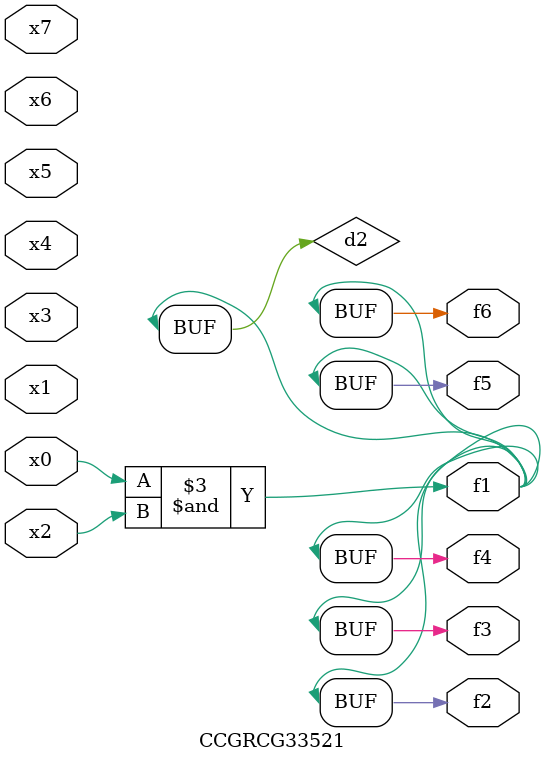
<source format=v>
module CCGRCG33521(
	input x0, x1, x2, x3, x4, x5, x6, x7,
	output f1, f2, f3, f4, f5, f6
);

	wire d1, d2;

	nor (d1, x3, x6);
	and (d2, x0, x2);
	assign f1 = d2;
	assign f2 = d2;
	assign f3 = d2;
	assign f4 = d2;
	assign f5 = d2;
	assign f6 = d2;
endmodule

</source>
